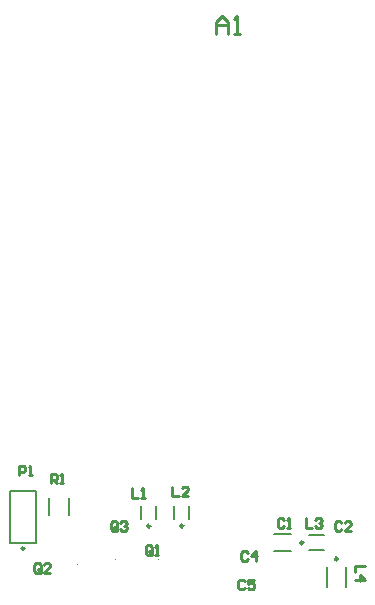
<source format=gto>
G04*
G04 #@! TF.GenerationSoftware,Altium Limited,Altium Designer,24.5.2 (23)*
G04*
G04 Layer_Color=65535*
%FSLAX44Y44*%
%MOMM*%
G71*
G04*
G04 #@! TF.SameCoordinates,54F6CDA4-3835-4A56-B923-A5E7E985AA1E*
G04*
G04*
G04 #@! TF.FilePolarity,Positive*
G04*
G01*
G75*
%ADD10C,0.2500*%
%ADD11C,0.1000*%
%ADD12C,0.2000*%
%ADD13C,0.2540*%
D10*
X445683Y127979D02*
G03*
X445683Y127979I-1250J0D01*
G01*
X209530Y123215D02*
G03*
X209530Y123215I-1250J0D01*
G01*
X344150Y142170D02*
G03*
X344150Y142170I-1250J0D01*
G01*
X474960Y114277D02*
G03*
X474960Y114277I-1250J0D01*
G01*
X316210Y142025D02*
G03*
X316210Y142025I-1250J0D01*
G01*
D11*
X323550Y113775D02*
G03*
X323550Y113775I-500J0D01*
G01*
X254880Y109545D02*
G03*
X254880Y109545I-500J0D01*
G01*
X286720Y113775D02*
G03*
X286720Y113775I-500J0D01*
G01*
D12*
X230260Y151250D02*
Y166250D01*
X247260Y151250D02*
Y166250D01*
X420628Y121262D02*
X435352D01*
X420628Y134987D02*
X435352D01*
X450619Y134293D02*
X463247D01*
X450619Y121665D02*
X463247D01*
X197530Y127715D02*
X219030D01*
Y171715D01*
X197530D02*
X219030D01*
X197530Y127715D02*
Y171715D01*
X349320Y148420D02*
Y158920D01*
X336400Y148420D02*
Y158920D01*
X481572Y90552D02*
Y107277D01*
X465848Y90552D02*
Y107277D01*
X321380Y148275D02*
Y158775D01*
X308460Y148275D02*
Y158775D01*
D13*
X372110Y558800D02*
Y568957D01*
X377188Y574035D01*
X382267Y568957D01*
Y558800D01*
Y566418D01*
X372110D01*
X387345Y558800D02*
X392423D01*
X389884D01*
Y574035D01*
X387345Y571496D01*
X205103Y185210D02*
Y193208D01*
X209102D01*
X210435Y191875D01*
Y189209D01*
X209102Y187876D01*
X205103D01*
X213101Y185210D02*
X215767D01*
X214434D01*
Y193208D01*
X213101Y191875D01*
X429260Y147300D02*
X427927Y148633D01*
X425261D01*
X423928Y147300D01*
Y141969D01*
X425261Y140636D01*
X427927D01*
X429260Y141969D01*
X431926Y140636D02*
X434592D01*
X433259D01*
Y148633D01*
X431926Y147300D01*
X231902Y178308D02*
Y186305D01*
X235901D01*
X237234Y184972D01*
Y182307D01*
X235901Y180974D01*
X231902D01*
X234568D02*
X237234Y178308D01*
X239899D02*
X242565D01*
X241232D01*
Y186305D01*
X239899Y184972D01*
X288227Y139574D02*
Y144906D01*
X286894Y146239D01*
X284228D01*
X282896Y144906D01*
Y139574D01*
X284228Y138241D01*
X286894D01*
X285561Y140907D02*
X288227Y138241D01*
X286894D02*
X288227Y139574D01*
X290893Y144906D02*
X292226Y146239D01*
X294892D01*
X296224Y144906D01*
Y143573D01*
X294892Y142240D01*
X293559D01*
X294892D01*
X296224Y140907D01*
Y139574D01*
X294892Y138241D01*
X292226D01*
X290893Y139574D01*
X223457Y104014D02*
Y109346D01*
X222124Y110679D01*
X219458D01*
X218125Y109346D01*
Y104014D01*
X219458Y102681D01*
X222124D01*
X220791Y105347D02*
X223457Y102681D01*
X222124D02*
X223457Y104014D01*
X231455Y102681D02*
X226123D01*
X231455Y108013D01*
Y109346D01*
X230122Y110679D01*
X227456D01*
X226123Y109346D01*
X317500Y119254D02*
Y124586D01*
X316167Y125919D01*
X313501D01*
X312168Y124586D01*
Y119254D01*
X313501Y117921D01*
X316167D01*
X314834Y120587D02*
X317500Y117921D01*
X316167D02*
X317500Y119254D01*
X320166Y117921D02*
X322832D01*
X321499D01*
Y125919D01*
X320166Y124586D01*
X497719Y108526D02*
X489721D01*
Y103195D01*
Y96530D02*
X497719D01*
X493720Y100529D01*
Y95197D01*
X447995Y148633D02*
Y140636D01*
X453327D01*
X455993Y147300D02*
X457326Y148633D01*
X459992D01*
X461325Y147300D01*
Y145968D01*
X459992Y144635D01*
X458659D01*
X459992D01*
X461325Y143302D01*
Y141969D01*
X459992Y140636D01*
X457326D01*
X455993Y141969D01*
X334966Y175449D02*
Y167451D01*
X340297D01*
X348294D02*
X342963D01*
X348294Y172783D01*
Y174116D01*
X346962Y175449D01*
X344296D01*
X342963Y174116D01*
X300738Y174033D02*
Y166036D01*
X306070D01*
X308736D02*
X311402D01*
X310069D01*
Y174033D01*
X308736Y172700D01*
X396177Y95376D02*
X394844Y96709D01*
X392178D01*
X390845Y95376D01*
Y90044D01*
X392178Y88711D01*
X394844D01*
X396177Y90044D01*
X404174Y96709D02*
X398843D01*
Y92710D01*
X401509Y94043D01*
X402842D01*
X404174Y92710D01*
Y90044D01*
X402842Y88711D01*
X400176D01*
X398843Y90044D01*
X398717Y119360D02*
X397384Y120693D01*
X394718D01*
X393386Y119360D01*
Y114029D01*
X394718Y112696D01*
X397384D01*
X398717Y114029D01*
X405382Y112696D02*
Y120693D01*
X401383Y116695D01*
X406715D01*
X478092Y144906D02*
X476759Y146239D01*
X474093D01*
X472761Y144906D01*
Y139574D01*
X474093Y138241D01*
X476759D01*
X478092Y139574D01*
X486090Y138241D02*
X480758D01*
X486090Y143573D01*
Y144906D01*
X484757Y146239D01*
X482091D01*
X480758Y144906D01*
M02*

</source>
